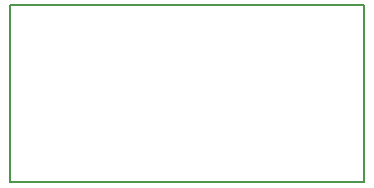
<source format=gbr>
%TF.GenerationSoftware,Altium Limited,Altium Designer,21.2.2 (38)*%
G04 Layer_Color=32896*
%FSLAX45Y45*%
%MOMM*%
%TF.SameCoordinates,B99934B0-A272-4072-8E61-E06CCB3B2E9A*%
%TF.FilePolarity,Positive*%
%TF.FileFunction,Other,Dimensions*%
%TF.Part,Single*%
G01*
G75*
%TA.AperFunction,NonConductor*%
%ADD14C,0.20000*%
D14*
X0Y0D02*
X3000000D01*
Y1500000D01*
X0D02*
X3000000D01*
X0Y0D02*
Y1500000D01*
%TF.MD5,d467c76449fafaf911a19315132d30aa*%
M02*

</source>
